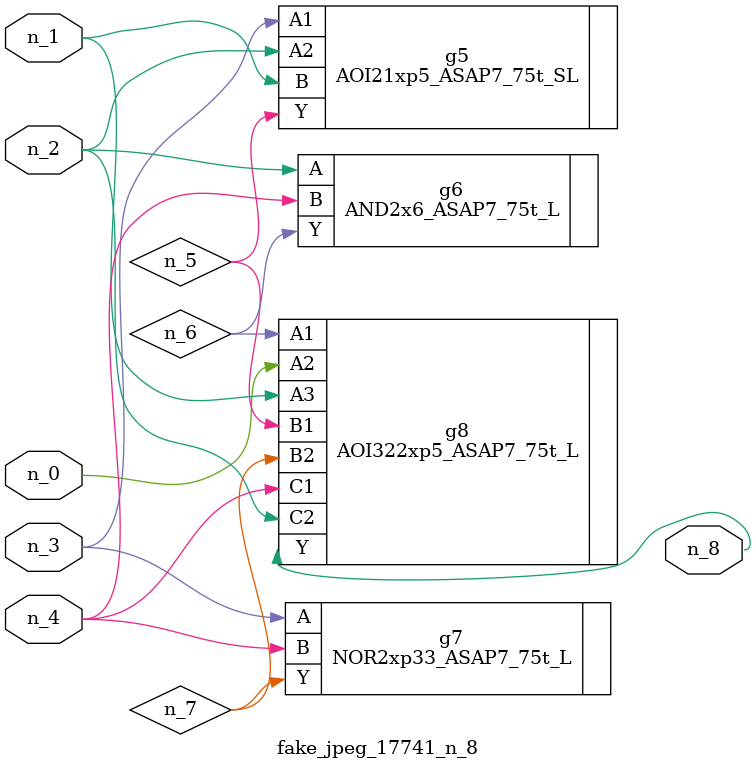
<source format=v>
module fake_jpeg_17741_n_8 (n_3, n_2, n_1, n_0, n_4, n_8);

input n_3;
input n_2;
input n_1;
input n_0;
input n_4;

output n_8;

wire n_6;
wire n_5;
wire n_7;

AOI21xp5_ASAP7_75t_SL g5 ( 
.A1(n_3),
.A2(n_2),
.B(n_1),
.Y(n_5)
);

AND2x6_ASAP7_75t_L g6 ( 
.A(n_2),
.B(n_4),
.Y(n_6)
);

NOR2xp33_ASAP7_75t_L g7 ( 
.A(n_3),
.B(n_4),
.Y(n_7)
);

AOI322xp5_ASAP7_75t_L g8 ( 
.A1(n_6),
.A2(n_0),
.A3(n_1),
.B1(n_5),
.B2(n_7),
.C1(n_4),
.C2(n_2),
.Y(n_8)
);


endmodule
</source>
